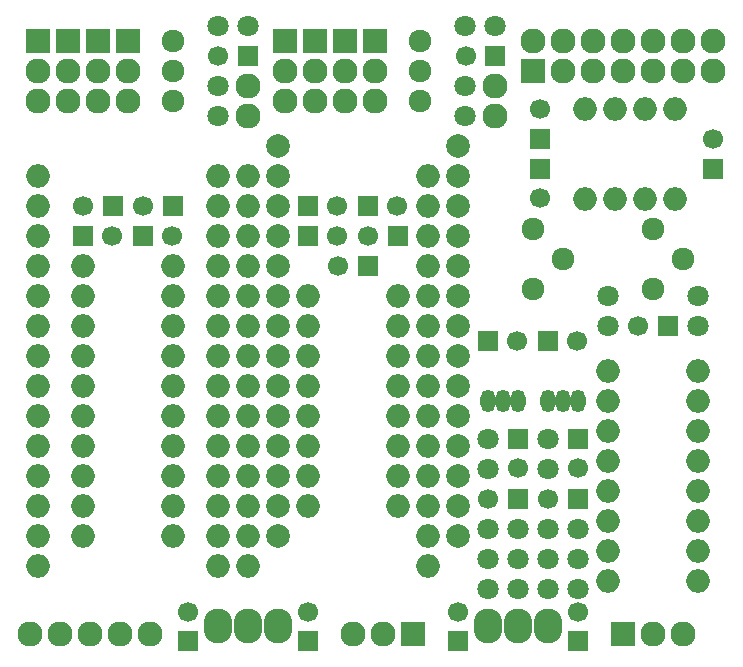
<source format=gbs>
G04 #@! TF.FileFunction,Soldermask,Bot*
%FSLAX46Y46*%
G04 Gerber Fmt 4.6, Leading zero omitted, Abs format (unit mm)*
G04 Created by KiCad (PCBNEW 4.0.0-rc2-stable) date 04.05.2016 11:08:01*
%MOMM*%
G01*
G04 APERTURE LIST*
%ADD10C,0.100000*%
%ADD11R,1.700000X1.700000*%
%ADD12C,1.700000*%
%ADD13C,1.797000*%
%ADD14O,2.000000X2.000000*%
%ADD15O,1.299160X1.901140*%
%ADD16C,1.924000*%
%ADD17C,2.127200*%
%ADD18R,2.127200X2.127200*%
%ADD19C,2.000000*%
%ADD20O,2.432000X2.940000*%
%ADD21O,2.127200X2.127200*%
G04 APERTURE END LIST*
D10*
D11*
X142240000Y-83820000D03*
D12*
X139740000Y-83820000D03*
D11*
X139700000Y-86360000D03*
D12*
X142200000Y-86360000D03*
D11*
X137160000Y-83820000D03*
D12*
X134660000Y-83820000D03*
D11*
X134620000Y-86360000D03*
D12*
X137120000Y-86360000D03*
D11*
X176530000Y-120650000D03*
D12*
X176530000Y-118150000D03*
D11*
X166370000Y-120650000D03*
D12*
X166370000Y-118150000D03*
D11*
X153670000Y-120650000D03*
D12*
X153670000Y-118150000D03*
D11*
X143510000Y-120650000D03*
D12*
X143510000Y-118150000D03*
D11*
X158750000Y-83820000D03*
D12*
X161250000Y-83820000D03*
D11*
X153670000Y-86360000D03*
D12*
X156170000Y-86360000D03*
D11*
X153670000Y-83820000D03*
D12*
X156170000Y-83820000D03*
D11*
X161290000Y-86360000D03*
D12*
X158790000Y-86360000D03*
D11*
X148590000Y-71120000D03*
D12*
X146090000Y-71120000D03*
D11*
X169545000Y-71120000D03*
D12*
X167045000Y-71120000D03*
D11*
X171450000Y-108585000D03*
D12*
X168950000Y-108585000D03*
D11*
X171450000Y-103505000D03*
D12*
X171450000Y-106005000D03*
D13*
X146050000Y-76200000D03*
X146050000Y-73660000D03*
X169545000Y-68580000D03*
X167005000Y-68580000D03*
X168910000Y-111125000D03*
X168910000Y-113665000D03*
X171450000Y-111125000D03*
X171450000Y-113665000D03*
X168910000Y-103505000D03*
X168910000Y-106045000D03*
X173990000Y-111125000D03*
X173990000Y-113665000D03*
D14*
X134620000Y-88900000D03*
X134620000Y-91440000D03*
X134620000Y-93980000D03*
X134620000Y-96520000D03*
X134620000Y-99060000D03*
X134620000Y-101600000D03*
X134620000Y-104140000D03*
X134620000Y-106680000D03*
X134620000Y-109220000D03*
X134620000Y-111760000D03*
X142240000Y-111760000D03*
X142240000Y-109220000D03*
X142240000Y-106680000D03*
X142240000Y-104140000D03*
X142240000Y-101600000D03*
X142240000Y-99060000D03*
X142240000Y-96520000D03*
X142240000Y-93980000D03*
X142240000Y-91440000D03*
X142240000Y-88900000D03*
X130810000Y-81280000D03*
X130810000Y-83820000D03*
X130810000Y-86360000D03*
X130810000Y-88900000D03*
X130810000Y-91440000D03*
X130810000Y-93980000D03*
X130810000Y-96520000D03*
X130810000Y-99060000D03*
X130810000Y-101600000D03*
X130810000Y-104140000D03*
X130810000Y-106680000D03*
X130810000Y-109220000D03*
X130810000Y-111760000D03*
X130810000Y-114300000D03*
X146050000Y-114300000D03*
X146050000Y-111760000D03*
X146050000Y-109220000D03*
X146050000Y-106680000D03*
X146050000Y-104140000D03*
X146050000Y-101600000D03*
X146050000Y-99060000D03*
X146050000Y-96520000D03*
X146050000Y-93980000D03*
X146050000Y-91440000D03*
X146050000Y-88900000D03*
X146050000Y-86360000D03*
X146050000Y-83820000D03*
X146050000Y-81280000D03*
X148590000Y-81280000D03*
X148590000Y-83820000D03*
X148590000Y-86360000D03*
X148590000Y-88900000D03*
X148590000Y-91440000D03*
X148590000Y-93980000D03*
X148590000Y-96520000D03*
X148590000Y-99060000D03*
X148590000Y-101600000D03*
X148590000Y-104140000D03*
X148590000Y-106680000D03*
X148590000Y-109220000D03*
X148590000Y-111760000D03*
X148590000Y-114300000D03*
X163830000Y-114300000D03*
X163830000Y-111760000D03*
X163830000Y-109220000D03*
X163830000Y-106680000D03*
X163830000Y-104140000D03*
X163830000Y-101600000D03*
X163830000Y-99060000D03*
X163830000Y-96520000D03*
X163830000Y-93980000D03*
X163830000Y-91440000D03*
X163830000Y-88900000D03*
X163830000Y-86360000D03*
X163830000Y-83820000D03*
X163830000Y-81280000D03*
X179070000Y-97790000D03*
X179070000Y-100330000D03*
X179070000Y-102870000D03*
X179070000Y-105410000D03*
X179070000Y-107950000D03*
X179070000Y-110490000D03*
X179070000Y-113030000D03*
X179070000Y-115570000D03*
X186690000Y-115570000D03*
X186690000Y-113030000D03*
X186690000Y-110490000D03*
X186690000Y-107950000D03*
X186690000Y-105410000D03*
X186690000Y-102870000D03*
X186690000Y-100330000D03*
X186690000Y-97790000D03*
D13*
X148590000Y-68580000D03*
X146050000Y-68580000D03*
X167005000Y-76200000D03*
X167005000Y-73660000D03*
D11*
X176530000Y-108585000D03*
D12*
X174030000Y-108585000D03*
D11*
X176530000Y-103505000D03*
D12*
X176530000Y-106005000D03*
D15*
X170180000Y-100330000D03*
X171450000Y-100330000D03*
X168910000Y-100330000D03*
X175260000Y-100330000D03*
X176530000Y-100330000D03*
X173990000Y-100330000D03*
D13*
X176530000Y-111125000D03*
X176530000Y-113665000D03*
X173990000Y-103505000D03*
X173990000Y-106045000D03*
D16*
X163195000Y-72390000D03*
X163195000Y-74930000D03*
X163195000Y-69850000D03*
X142240000Y-72390000D03*
X142240000Y-74930000D03*
X142240000Y-69850000D03*
D13*
X168910000Y-116205000D03*
X171450000Y-116205000D03*
X176530000Y-116205000D03*
X173990000Y-116205000D03*
D17*
X130175000Y-120015000D03*
X132715000Y-120015000D03*
X135255000Y-120015000D03*
X137795000Y-120015000D03*
X140335000Y-120015000D03*
D18*
X130810000Y-69850000D03*
D17*
X130810000Y-72390000D03*
X130810000Y-74930000D03*
D18*
X133350000Y-69850000D03*
D17*
X133350000Y-72390000D03*
X133350000Y-74930000D03*
D18*
X135890000Y-69850000D03*
D17*
X135890000Y-72390000D03*
X135890000Y-74930000D03*
D18*
X138430000Y-69850000D03*
D17*
X138430000Y-72390000D03*
X138430000Y-74930000D03*
D18*
X159385000Y-69850000D03*
D17*
X159385000Y-72390000D03*
X159385000Y-74930000D03*
D18*
X156845000Y-69850000D03*
D17*
X156845000Y-72390000D03*
X156845000Y-74930000D03*
D18*
X154305000Y-69850000D03*
D17*
X154305000Y-72390000D03*
X154305000Y-74930000D03*
D18*
X151765000Y-69850000D03*
D17*
X151765000Y-72390000D03*
X151765000Y-74930000D03*
D18*
X180340000Y-120015000D03*
D17*
X182880000Y-120015000D03*
X185420000Y-120015000D03*
X148590000Y-73660000D03*
X148590000Y-76200000D03*
X169545000Y-73660000D03*
X169545000Y-76200000D03*
D19*
X151130000Y-78740000D03*
X151130000Y-81280000D03*
X151130000Y-83820000D03*
X151130000Y-86360000D03*
X151130000Y-88900000D03*
X151130000Y-91440000D03*
X151130000Y-93980000D03*
X151130000Y-96520000D03*
X151130000Y-99060000D03*
X151130000Y-101600000D03*
X151130000Y-104140000D03*
X151130000Y-106680000D03*
X151130000Y-109220000D03*
X151130000Y-111760000D03*
X166370000Y-111760000D03*
X166370000Y-109220000D03*
X166370000Y-106680000D03*
X166370000Y-104140000D03*
X166370000Y-101600000D03*
X166370000Y-99060000D03*
X166370000Y-96520000D03*
X166370000Y-93980000D03*
X166370000Y-91440000D03*
X166370000Y-88900000D03*
X166370000Y-86360000D03*
X166370000Y-83820000D03*
X166370000Y-81280000D03*
X166370000Y-78740000D03*
D20*
X171450000Y-119380000D03*
X168910000Y-119380000D03*
X173990000Y-119380000D03*
X148590000Y-119380000D03*
X146050000Y-119380000D03*
X151130000Y-119380000D03*
D11*
X168910000Y-95250000D03*
D12*
X171410000Y-95250000D03*
D11*
X173990000Y-95250000D03*
D12*
X176490000Y-95250000D03*
D11*
X173355000Y-78105000D03*
D12*
X173355000Y-75605000D03*
D11*
X173355000Y-80645000D03*
D12*
X173355000Y-83145000D03*
D14*
X184785000Y-75565000D03*
X182245000Y-75565000D03*
X179705000Y-75565000D03*
X177165000Y-75565000D03*
X177165000Y-83185000D03*
X179705000Y-83185000D03*
X182245000Y-83185000D03*
X184785000Y-83185000D03*
X153670000Y-91440000D03*
X153670000Y-93980000D03*
X153670000Y-96520000D03*
X153670000Y-99060000D03*
X153670000Y-101600000D03*
X153670000Y-104140000D03*
X153670000Y-106680000D03*
X153670000Y-109220000D03*
X161290000Y-109220000D03*
X161290000Y-106680000D03*
X161290000Y-104140000D03*
X161290000Y-101600000D03*
X161290000Y-99060000D03*
X161290000Y-96520000D03*
X161290000Y-93980000D03*
X161290000Y-91440000D03*
D13*
X186690000Y-93980000D03*
X186690000Y-91440000D03*
X179070000Y-93980000D03*
X179070000Y-91440000D03*
D11*
X187960000Y-80645000D03*
D12*
X187960000Y-78145000D03*
D11*
X158750000Y-88900000D03*
D12*
X156250000Y-88900000D03*
D11*
X184150000Y-93980000D03*
D12*
X181650000Y-93980000D03*
D18*
X162560000Y-120015000D03*
D17*
X160020000Y-120015000D03*
X157480000Y-120015000D03*
D16*
X175260000Y-88265000D03*
X172720000Y-85725000D03*
X172720000Y-90805000D03*
X185420000Y-88265000D03*
X182880000Y-85725000D03*
X182880000Y-90805000D03*
D18*
X172720000Y-72390000D03*
D21*
X172720000Y-69850000D03*
X175260000Y-72390000D03*
X175260000Y-69850000D03*
X177800000Y-72390000D03*
X177800000Y-69850000D03*
X180340000Y-72390000D03*
X180340000Y-69850000D03*
X182880000Y-72390000D03*
X182880000Y-69850000D03*
X185420000Y-72390000D03*
X185420000Y-69850000D03*
X187960000Y-72390000D03*
X187960000Y-69850000D03*
M02*

</source>
